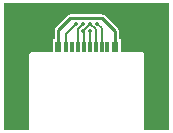
<source format=gbr>
G04*
G04 #@! TF.GenerationSoftware,Altium Limited,Altium Designer,24.4.1 (13)*
G04*
G04 Layer_Physical_Order=2*
G04 Layer_Color=16711680*
%FSLAX25Y25*%
%MOIN*%
G70*
G04*
G04 #@! TF.SameCoordinates,F927B958-9D11-4E75-AA6B-EB5E4B5E5899*
G04*
G04*
G04 #@! TF.FilePolarity,Positive*
G04*
G01*
G75*
%ADD17C,0.00591*%
%ADD18C,0.00984*%
%ADD19O,0.04724X0.07874*%
%ADD20O,0.04724X0.09449*%
%ADD21C,0.01378*%
%ADD22R,0.02362X0.03543*%
%ADD23R,0.01181X0.03543*%
G36*
X78740Y3150D02*
X70320D01*
Y28366D01*
X70133Y28818D01*
X69681Y29005D01*
X62441D01*
Y33268D01*
X61774D01*
Y36181D01*
X61689Y36603D01*
X61450Y36961D01*
X57080Y41332D01*
X56722Y41571D01*
X56299Y41655D01*
X45669D01*
X45247Y41571D01*
X44889Y41332D01*
X40912Y37355D01*
X40673Y36997D01*
X40589Y36575D01*
Y33268D01*
X39921D01*
Y29005D01*
X32681D01*
X32229Y28818D01*
X32042Y28366D01*
Y3150D01*
X23622D01*
Y45276D01*
X78740D01*
Y3150D01*
D02*
G37*
D17*
X50000Y36220D02*
X50098Y36122D01*
Y30387D02*
Y36122D01*
X48229Y30295D02*
Y36676D01*
X50000Y38448D02*
Y38583D01*
X48229Y36676D02*
X50000Y38448D01*
X52362D02*
X54134Y36676D01*
Y30289D02*
Y36676D01*
X52362Y38448D02*
Y38583D01*
X50000Y36220D02*
X52362Y38583D01*
X44292Y30906D02*
Y35236D01*
X47638Y38583D01*
X56103Y30906D02*
Y37205D01*
X50098Y30387D02*
X50197Y30289D01*
X52264Y36122D02*
X52362Y36220D01*
X52166Y30295D02*
X52264Y30393D01*
Y36122D01*
X54724Y38583D02*
X54724D01*
X56103Y37205D01*
D18*
X41693Y36575D02*
X45669Y40551D01*
X56299D01*
X60670Y36181D01*
X41693Y30295D02*
Y30906D01*
Y36575D01*
X60670Y30295D02*
Y30906D01*
Y36181D01*
D19*
X73150Y27185D02*
D03*
X29213D02*
D03*
D20*
Y11437D02*
D03*
X73150D02*
D03*
D21*
X38544Y30906D02*
D03*
X50000Y36220D02*
D03*
Y38583D02*
D03*
X41693Y30295D02*
D03*
X60670D02*
D03*
X47638Y38583D02*
D03*
X52362Y36220D02*
D03*
Y38583D02*
D03*
X54724D02*
D03*
X63819Y30906D02*
D03*
D22*
D03*
X60670D02*
D03*
X41693D02*
D03*
X38544D02*
D03*
D23*
X44292D02*
D03*
X46260D02*
D03*
X48229D02*
D03*
X50197D02*
D03*
X52166D02*
D03*
X54134D02*
D03*
X56103D02*
D03*
X58071D02*
D03*
M02*

</source>
